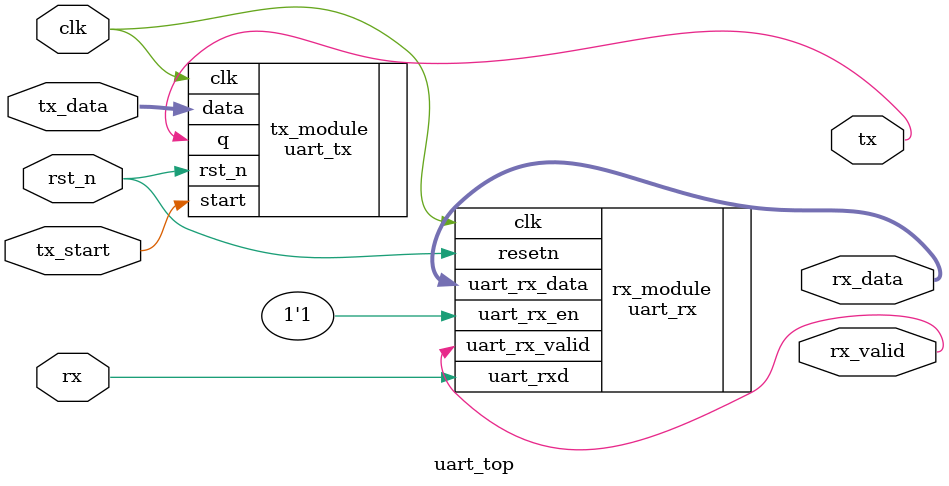
<source format=v>
`timescale 1ns / 1ps

module uart_top(
    input wire          clk,
    input wire          rst_n,                    // àêòèâíûé íèçêèé óðîâåíü
    // TX:
    input wire          tx_start,       // ==1 => íà÷àòü ïåðåäà÷ó
    input wire [7:0]    tx_data,        // áóôôåð äëÿ ïåðåäàâàåìûõ äàííûõ
    output wire          tx,             // âûõîä ïîñëåäîâàòåëüíîãî èíòåðôåéñà
    // RX:
    input  wire         rx,      // UART Recieve pin.
    output wire         rx_valid,     // Valid data recieved and available.
    output wire  [7:0]   rx_data       // The recieved data.
    );
    
    //  Ïîäêëþ÷åíèå tx-ìîäóëÿ:
    uart_tx tx_module (
        .clk(clk),
        .rst_n(rst_n),             
                      
        .start(tx_start),   // íà÷àòü ïåðåäà÷ó
        .data(tx_data),        // áóôôåð äëÿ ïåðåäàâàåìûõ äàííûõ
        .q(tx)
    );  
    
    // Ïîäêëþ÷åíèå rx-ìîäóëÿ:
    uart_rx rx_module (
        .clk(clk), // 
        .resetn(rst_n), // 
        .uart_rxd(rx), // 
        .uart_rx_en(1'b1), // 
        .uart_rx_valid(rx_valid), // 
        .uart_rx_data(rx_data)
    );
    
    
    
endmodule

</source>
